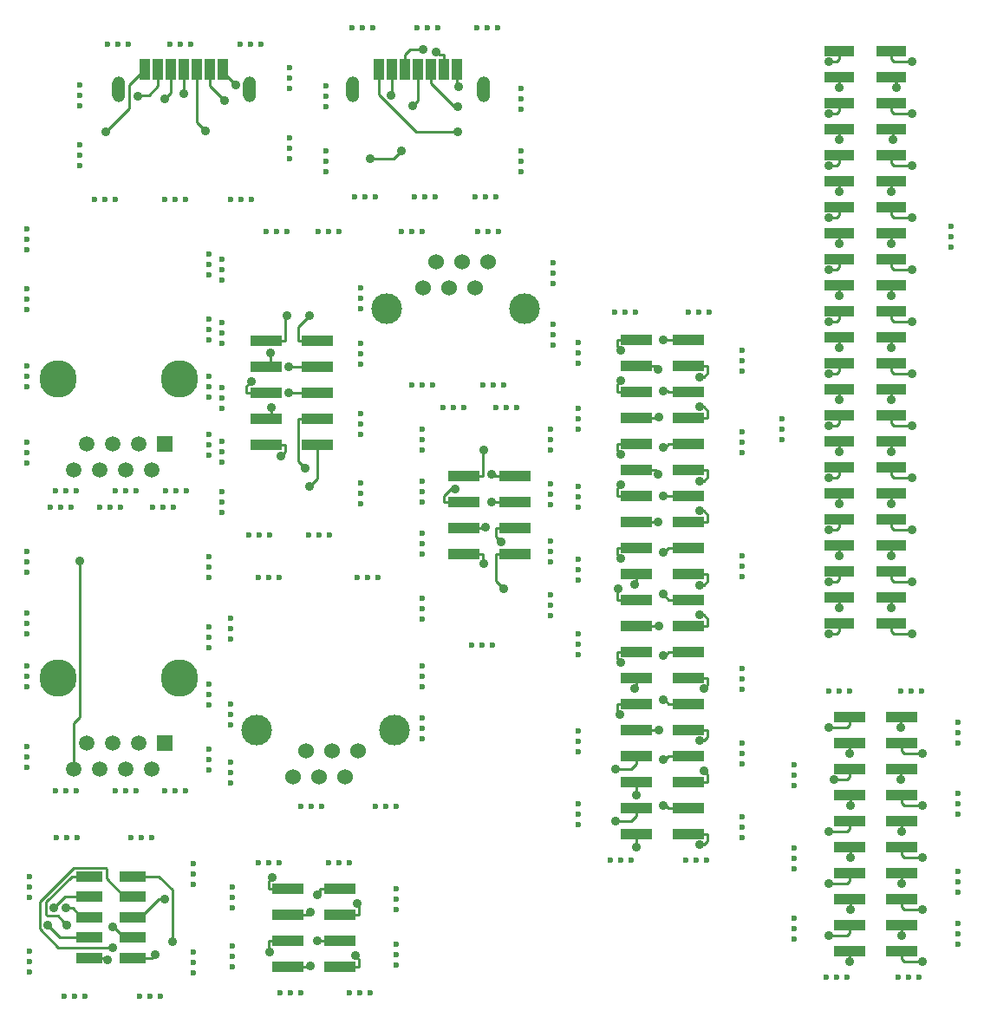
<source format=gtl>
G04 #@! TF.FileFunction,Copper,L1,Top,Signal*
%FSLAX46Y46*%
G04 Gerber Fmt 4.6, Leading zero omitted, Abs format (unit mm)*
G04 Created by KiCad (PCBNEW 4.0.7-e2-6376~58~ubuntu16.04.1) date Wed Jan  3 00:52:27 2018*
%MOMM*%
%LPD*%
G01*
G04 APERTURE LIST*
%ADD10C,0.100000*%
%ADD11C,3.649980*%
%ADD12R,1.501140X1.501140*%
%ADD13C,1.501140*%
%ADD14C,1.524000*%
%ADD15C,2.999740*%
%ADD16R,0.998220X2.098040*%
%ADD17O,1.270000X2.540000*%
%ADD18C,0.600000*%
%ADD19R,3.150000X1.000000*%
%ADD20R,2.580000X1.000000*%
%ADD21R,3.000000X1.000000*%
%ADD22C,0.870000*%
%ADD23C,0.250000*%
G04 APERTURE END LIST*
D10*
D11*
X135031480Y-92710000D03*
X146900900Y-92710000D03*
D12*
X145415000Y-99060000D03*
D13*
X144145000Y-101600000D03*
X142875000Y-99060000D03*
X141605000Y-101600000D03*
X140335000Y-99060000D03*
X139065000Y-101600000D03*
X137795000Y-99060000D03*
X136525000Y-101600000D03*
D11*
X135031480Y-63500000D03*
X146900900Y-63500000D03*
D12*
X145415000Y-69850000D03*
D13*
X144145000Y-72390000D03*
X142875000Y-69850000D03*
X141605000Y-72390000D03*
X140335000Y-69850000D03*
X139065000Y-72390000D03*
X137795000Y-69850000D03*
X136525000Y-72390000D03*
D14*
X174498000Y-52070000D03*
X171958000Y-52070000D03*
X177038000Y-52070000D03*
X170688000Y-54610000D03*
X173228000Y-54610000D03*
X175768000Y-54610000D03*
D15*
X180594000Y-56642000D03*
X167132000Y-56642000D03*
D14*
X160528000Y-102362000D03*
X163068000Y-102362000D03*
X157988000Y-102362000D03*
X164338000Y-99822000D03*
X161798000Y-99822000D03*
X159258000Y-99822000D03*
D15*
X154432000Y-97790000D03*
X167894000Y-97790000D03*
D16*
X143510000Y-33251140D03*
X144780000Y-33251140D03*
X146050000Y-33251140D03*
X147320000Y-33251140D03*
X148590000Y-33251140D03*
X149860000Y-33251140D03*
X151130000Y-33251140D03*
D17*
X140921740Y-35201860D03*
X153718260Y-35201860D03*
D16*
X166370000Y-33251140D03*
X167640000Y-33251140D03*
X168910000Y-33251140D03*
X170180000Y-33251140D03*
X171450000Y-33251140D03*
X172720000Y-33251140D03*
X173990000Y-33251140D03*
D17*
X163781740Y-35201860D03*
X176578260Y-35201860D03*
D18*
X198628000Y-57023000D03*
X197612000Y-57023000D03*
X196596000Y-57023000D03*
X183388000Y-54229000D03*
X183388000Y-53213000D03*
X183388000Y-52197000D03*
X183134000Y-81407000D03*
X183134000Y-80391000D03*
X183134000Y-79375000D03*
D19*
X162545000Y-120904000D03*
X157495000Y-120904000D03*
X162545000Y-118364000D03*
X157495000Y-118364000D03*
X162545000Y-115824000D03*
X157495000Y-115824000D03*
X162545000Y-113284000D03*
X157495000Y-113284000D03*
X155322000Y-59799000D03*
X160372000Y-59799000D03*
X155322000Y-62339000D03*
X160372000Y-62339000D03*
X155322000Y-64879000D03*
X160372000Y-64879000D03*
X155322000Y-67419000D03*
X160372000Y-67419000D03*
X155322000Y-69959000D03*
X160372000Y-69959000D03*
X217409000Y-119380000D03*
X212359000Y-119380000D03*
X217409000Y-116840000D03*
X212359000Y-116840000D03*
X217409000Y-114300000D03*
X212359000Y-114300000D03*
X217409000Y-111760000D03*
X212359000Y-111760000D03*
X217409000Y-109220000D03*
X212359000Y-109220000D03*
X217409000Y-106680000D03*
X212359000Y-106680000D03*
X217409000Y-104140000D03*
X212359000Y-104140000D03*
X217409000Y-101600000D03*
X212359000Y-101600000D03*
X217409000Y-99060000D03*
X212359000Y-99060000D03*
X217409000Y-96520000D03*
X212359000Y-96520000D03*
X179690000Y-80645000D03*
X174640000Y-80645000D03*
X179690000Y-78105000D03*
X174640000Y-78105000D03*
X179690000Y-75565000D03*
X174640000Y-75565000D03*
X179690000Y-73025000D03*
X174640000Y-73025000D03*
D20*
X138123000Y-112078000D03*
X142293000Y-112078000D03*
X138123000Y-114078000D03*
X142293000Y-114078000D03*
X138123000Y-116078000D03*
X142293000Y-116078000D03*
X138123000Y-118078000D03*
X142293000Y-118078000D03*
X138123000Y-120078000D03*
X142293000Y-120078000D03*
D19*
X191531000Y-59690000D03*
X196581000Y-59690000D03*
X191531000Y-62230000D03*
X196581000Y-62230000D03*
X191531000Y-64770000D03*
X196581000Y-64770000D03*
X191531000Y-67310000D03*
X196581000Y-67310000D03*
X191531000Y-69850000D03*
X196581000Y-69850000D03*
X191531000Y-72390000D03*
X196581000Y-72390000D03*
X191531000Y-74930000D03*
X196581000Y-74930000D03*
X191531000Y-77470000D03*
X196581000Y-77470000D03*
X191531000Y-80010000D03*
X196581000Y-80010000D03*
X191531000Y-82550000D03*
X196581000Y-82550000D03*
X191531000Y-85090000D03*
X196581000Y-85090000D03*
X191531000Y-87630000D03*
X196581000Y-87630000D03*
X191531000Y-90170000D03*
X196581000Y-90170000D03*
X191531000Y-92710000D03*
X196581000Y-92710000D03*
X191531000Y-95250000D03*
X196581000Y-95250000D03*
X191531000Y-97790000D03*
X196581000Y-97790000D03*
X191531000Y-100330000D03*
X196581000Y-100330000D03*
X191531000Y-102870000D03*
X196581000Y-102870000D03*
X191531000Y-105410000D03*
X196581000Y-105410000D03*
X191531000Y-107950000D03*
X196581000Y-107950000D03*
D21*
X216388000Y-31496000D03*
X211348000Y-31496000D03*
X216388000Y-34036000D03*
X211348000Y-34036000D03*
X216388000Y-36576000D03*
X211348000Y-36576000D03*
X216388000Y-39116000D03*
X211348000Y-39116000D03*
X216388000Y-41656000D03*
X211348000Y-41656000D03*
X216388000Y-44196000D03*
X211348000Y-44196000D03*
X216388000Y-46736000D03*
X211348000Y-46736000D03*
X216388000Y-49276000D03*
X211348000Y-49276000D03*
X216388000Y-51816000D03*
X211348000Y-51816000D03*
X216388000Y-54356000D03*
X211348000Y-54356000D03*
X216388000Y-56896000D03*
X211348000Y-56896000D03*
X216388000Y-59436000D03*
X211348000Y-59436000D03*
X216388000Y-61976000D03*
X211348000Y-61976000D03*
X216388000Y-64516000D03*
X211348000Y-64516000D03*
X216388000Y-67056000D03*
X211348000Y-67056000D03*
X216388000Y-69596000D03*
X211348000Y-69596000D03*
X216388000Y-72136000D03*
X211348000Y-72136000D03*
X216388000Y-74676000D03*
X211348000Y-74676000D03*
X216388000Y-77216000D03*
X211348000Y-77216000D03*
X216388000Y-79756000D03*
X211348000Y-79756000D03*
X216388000Y-82296000D03*
X211348000Y-82296000D03*
X216388000Y-84836000D03*
X211348000Y-84836000D03*
X216388000Y-87376000D03*
X211348000Y-87376000D03*
D18*
X222885000Y-99060000D03*
X222885000Y-98044000D03*
X222885000Y-97028000D03*
X222885000Y-106045000D03*
X222885000Y-105029000D03*
X222885000Y-104013000D03*
X222885000Y-113665000D03*
X222885000Y-112649000D03*
X222885000Y-111633000D03*
X222885000Y-118745000D03*
X222885000Y-117729000D03*
X222885000Y-116713000D03*
X219075000Y-121920000D03*
X218059000Y-121920000D03*
X217043000Y-121920000D03*
X212090000Y-121920000D03*
X211074000Y-121920000D03*
X210058000Y-121920000D03*
X206883000Y-118237000D03*
X206883000Y-117221000D03*
X206883000Y-116205000D03*
X206883000Y-111379000D03*
X206883000Y-110363000D03*
X206883000Y-109347000D03*
X206883000Y-103251000D03*
X206883000Y-102235000D03*
X206883000Y-101219000D03*
X212344000Y-93980000D03*
X211328000Y-93980000D03*
X210312000Y-93980000D03*
X219329000Y-93980000D03*
X218313000Y-93980000D03*
X217297000Y-93980000D03*
X201803000Y-108331000D03*
X201803000Y-107315000D03*
X201803000Y-106299000D03*
X201803000Y-101092000D03*
X201803000Y-100076000D03*
X201803000Y-99060000D03*
X201803000Y-93853000D03*
X201803000Y-92837000D03*
X201803000Y-91821000D03*
X201803000Y-82804000D03*
X201803000Y-81788000D03*
X201803000Y-80772000D03*
X201803000Y-70739000D03*
X201803000Y-69723000D03*
X201803000Y-68707000D03*
X191389000Y-57023000D03*
X190373000Y-57023000D03*
X189357000Y-57023000D03*
X185801000Y-61976000D03*
X185801000Y-60960000D03*
X185801000Y-59944000D03*
X185801000Y-68453000D03*
X185801000Y-67437000D03*
X185801000Y-66421000D03*
X185801000Y-76073000D03*
X185801000Y-75057000D03*
X185801000Y-74041000D03*
X185801000Y-83185000D03*
X185801000Y-82169000D03*
X185801000Y-81153000D03*
X185801000Y-90424000D03*
X185801000Y-89408000D03*
X185801000Y-88392000D03*
X185801000Y-99949000D03*
X185801000Y-98933000D03*
X185801000Y-97917000D03*
X185801000Y-107061000D03*
X185801000Y-106045000D03*
X185801000Y-105029000D03*
X191008000Y-110490000D03*
X189992000Y-110490000D03*
X188976000Y-110490000D03*
X198374000Y-110490000D03*
X197358000Y-110490000D03*
X196342000Y-110490000D03*
X168021000Y-115316000D03*
X168021000Y-114300000D03*
X168021000Y-113284000D03*
X168021000Y-120777000D03*
X168021000Y-119761000D03*
X168021000Y-118745000D03*
X165481000Y-123444000D03*
X164465000Y-123444000D03*
X163449000Y-123444000D03*
X158750000Y-123444000D03*
X157734000Y-123444000D03*
X156718000Y-123444000D03*
X152019000Y-120904000D03*
X152019000Y-119888000D03*
X152019000Y-118872000D03*
X152019000Y-115189000D03*
X152019000Y-114173000D03*
X152019000Y-113157000D03*
X156591000Y-110744000D03*
X155575000Y-110744000D03*
X154559000Y-110744000D03*
X163449000Y-110744000D03*
X162433000Y-110744000D03*
X161417000Y-110744000D03*
X183388000Y-60198000D03*
X183388000Y-59182000D03*
X183388000Y-58166000D03*
X178562000Y-64135000D03*
X177546000Y-64135000D03*
X176530000Y-64135000D03*
X171577000Y-64135000D03*
X170561000Y-64135000D03*
X169545000Y-64135000D03*
X164592000Y-56642000D03*
X164592000Y-55626000D03*
X164592000Y-54610000D03*
X164592000Y-60071000D03*
X164592000Y-61087000D03*
X164592000Y-62103000D03*
X170561000Y-49149000D03*
X169545000Y-49149000D03*
X168529000Y-49149000D03*
X157353000Y-49149000D03*
X156337000Y-49149000D03*
X155321000Y-49149000D03*
X162433000Y-49149000D03*
X161417000Y-49149000D03*
X160401000Y-49149000D03*
X151003000Y-53848000D03*
X151003000Y-52832000D03*
X151003000Y-51816000D03*
X151003000Y-60071000D03*
X151003000Y-59055000D03*
X151003000Y-58039000D03*
X151003000Y-66421000D03*
X151003000Y-65405000D03*
X151003000Y-64389000D03*
X151003000Y-71628000D03*
X151003000Y-70612000D03*
X151003000Y-69596000D03*
X151003000Y-76581000D03*
X151003000Y-75565000D03*
X151003000Y-74549000D03*
X155702000Y-78740000D03*
X154686000Y-78740000D03*
X153670000Y-78740000D03*
X161544000Y-78740000D03*
X160528000Y-78740000D03*
X159512000Y-78740000D03*
X164592000Y-68961000D03*
X164592000Y-67945000D03*
X164592000Y-66929000D03*
X164592000Y-75692000D03*
X164592000Y-74676000D03*
X164592000Y-73660000D03*
X178054000Y-49149000D03*
X177038000Y-49149000D03*
X176022000Y-49149000D03*
X177800000Y-45720000D03*
X176784000Y-45720000D03*
X175768000Y-45720000D03*
X171831000Y-45720000D03*
X170815000Y-45720000D03*
X169799000Y-45720000D03*
X165989000Y-45720000D03*
X164973000Y-45720000D03*
X163957000Y-45720000D03*
X180213000Y-43307000D03*
X180213000Y-42291000D03*
X180213000Y-41275000D03*
X180213000Y-37211000D03*
X180213000Y-36195000D03*
X180213000Y-35179000D03*
X161163000Y-43307000D03*
X161163000Y-42291000D03*
X161163000Y-41275000D03*
X161163000Y-36957000D03*
X161163000Y-35941000D03*
X161163000Y-34925000D03*
X165735000Y-29210000D03*
X164719000Y-29210000D03*
X163703000Y-29210000D03*
X172085000Y-29210000D03*
X171069000Y-29210000D03*
X170053000Y-29210000D03*
X177927000Y-29210000D03*
X176911000Y-29210000D03*
X175895000Y-29210000D03*
X137668000Y-123825000D03*
X136652000Y-123825000D03*
X135636000Y-123825000D03*
X145034000Y-123825000D03*
X144018000Y-123825000D03*
X143002000Y-123825000D03*
X148209000Y-119507000D03*
X148209000Y-120523000D03*
X148209000Y-121539000D03*
X132207000Y-121412000D03*
X132207000Y-120396000D03*
X132207000Y-119380000D03*
X132207000Y-114173000D03*
X132207000Y-113157000D03*
X132207000Y-112141000D03*
X136906000Y-108331000D03*
X135890000Y-108331000D03*
X134874000Y-108331000D03*
X144145000Y-108331000D03*
X143129000Y-108331000D03*
X142113000Y-108331000D03*
X148209000Y-112903000D03*
X148209000Y-111887000D03*
X148209000Y-110871000D03*
X131953000Y-93599000D03*
X131953000Y-92583000D03*
X131953000Y-91567000D03*
X131953000Y-88392000D03*
X131953000Y-87376000D03*
X131953000Y-86360000D03*
X131953000Y-101473000D03*
X131953000Y-100457000D03*
X131953000Y-99441000D03*
X136779000Y-103759000D03*
X135763000Y-103759000D03*
X134747000Y-103759000D03*
X142621000Y-103759000D03*
X141605000Y-103759000D03*
X140589000Y-103759000D03*
X147447000Y-103759000D03*
X146431000Y-103759000D03*
X145415000Y-103759000D03*
X149733000Y-101727000D03*
X149733000Y-100711000D03*
X149733000Y-99695000D03*
X149733000Y-95377000D03*
X149733000Y-94361000D03*
X149733000Y-93345000D03*
X149758400Y-89789000D03*
X149758400Y-88773000D03*
X149758400Y-87757000D03*
X149733000Y-80899000D03*
X149733000Y-81915000D03*
X149733000Y-82931000D03*
X141097000Y-76073000D03*
X140081000Y-76073000D03*
X139065000Y-76073000D03*
X131953000Y-80391000D03*
X131953000Y-81407000D03*
X131953000Y-82423000D03*
X136271000Y-76073000D03*
X135255000Y-76073000D03*
X134239000Y-76073000D03*
X146304000Y-76073000D03*
X145288000Y-76073000D03*
X144272000Y-76073000D03*
X131953000Y-64262000D03*
X131953000Y-63246000D03*
X131953000Y-62230000D03*
X131953000Y-71755000D03*
X131953000Y-70739000D03*
X131953000Y-69723000D03*
X136779000Y-74422000D03*
X135763000Y-74422000D03*
X134747000Y-74422000D03*
X142621000Y-74422000D03*
X141605000Y-74422000D03*
X140589000Y-74422000D03*
X147574000Y-74422000D03*
X146558000Y-74422000D03*
X145542000Y-74422000D03*
X149733000Y-65278000D03*
X149733000Y-64262000D03*
X149733000Y-63246000D03*
X149733000Y-70993000D03*
X149733000Y-69977000D03*
X149733000Y-68961000D03*
X149733000Y-59690000D03*
X149733000Y-58674000D03*
X149733000Y-57658000D03*
X149733000Y-53340000D03*
X149733000Y-52324000D03*
X149733000Y-51308000D03*
X147447000Y-45974000D03*
X146431000Y-45974000D03*
X145415000Y-45974000D03*
X140589000Y-45974000D03*
X139573000Y-45974000D03*
X138557000Y-45974000D03*
X131953000Y-56769000D03*
X131953000Y-55753000D03*
X131953000Y-54737000D03*
X131953000Y-50927000D03*
X131953000Y-49911000D03*
X131953000Y-48895000D03*
X137160000Y-42672000D03*
X137160000Y-41656000D03*
X137160000Y-40640000D03*
X137160000Y-36830000D03*
X137160000Y-35814000D03*
X137160000Y-34798000D03*
X141859000Y-30861000D03*
X140843000Y-30861000D03*
X139827000Y-30861000D03*
X147955000Y-30861000D03*
X146939000Y-30861000D03*
X145923000Y-30861000D03*
X154813000Y-30861000D03*
X153797000Y-30861000D03*
X152781000Y-30861000D03*
X157607000Y-35179000D03*
X157607000Y-34163000D03*
X157607000Y-33147000D03*
X157607000Y-42037000D03*
X157607000Y-41021000D03*
X157607000Y-40005000D03*
X153924000Y-45974000D03*
X152908000Y-45974000D03*
X151892000Y-45974000D03*
X170561000Y-98679000D03*
X170561000Y-97663000D03*
X170561000Y-96647000D03*
X170561000Y-93599000D03*
X170561000Y-92583000D03*
X170561000Y-91567000D03*
X166243000Y-82931000D03*
X165227000Y-82931000D03*
X164211000Y-82931000D03*
X168021000Y-105283000D03*
X167005000Y-105283000D03*
X165989000Y-105283000D03*
X160782000Y-105283000D03*
X159766000Y-105283000D03*
X158750000Y-105283000D03*
X151892000Y-97282000D03*
X151892000Y-96266000D03*
X151892000Y-95250000D03*
X151892000Y-102997000D03*
X151892000Y-101981000D03*
X151892000Y-100965000D03*
X151892000Y-88900000D03*
X151892000Y-87884000D03*
X151892000Y-86868000D03*
X156591000Y-82931000D03*
X155575000Y-82931000D03*
X154559000Y-82931000D03*
X170561000Y-86995000D03*
X170561000Y-85979000D03*
X170561000Y-84963000D03*
X177419000Y-89535000D03*
X176403000Y-89535000D03*
X175387000Y-89535000D03*
X222250000Y-50673000D03*
X222250000Y-49657000D03*
X222250000Y-48641000D03*
X205740000Y-69469000D03*
X205740000Y-68453000D03*
X205740000Y-67437000D03*
X170561000Y-80645000D03*
X170561000Y-79629000D03*
X170561000Y-78613000D03*
X170561000Y-75565000D03*
X170561000Y-74549000D03*
X170561000Y-73533000D03*
X170561000Y-70485000D03*
X170561000Y-69469000D03*
X170561000Y-68453000D03*
X174625000Y-66294000D03*
X173609000Y-66294000D03*
X172593000Y-66294000D03*
X179832000Y-66294000D03*
X178816000Y-66294000D03*
X177800000Y-66294000D03*
X183134000Y-86614000D03*
X183134000Y-85598000D03*
X183134000Y-84582000D03*
X183134000Y-75819000D03*
X183134000Y-74803000D03*
X183134000Y-73787000D03*
X183134000Y-70485000D03*
X183134000Y-69469000D03*
X183134000Y-68453000D03*
X201803000Y-62738000D03*
X201803000Y-61722000D03*
X201803000Y-60706000D03*
D22*
X157405300Y-57359600D03*
X159624700Y-57293000D03*
X155777500Y-60974800D03*
X157554700Y-62339000D03*
X153898900Y-63803300D03*
X157554700Y-64879000D03*
X155825000Y-66345400D03*
X159135000Y-72200300D03*
X156823900Y-71021500D03*
X159624700Y-73989900D03*
X164043500Y-119849800D03*
X160354800Y-118364000D03*
X164242600Y-114767300D03*
X160356800Y-113932800D03*
X159675100Y-120807300D03*
X155726500Y-119449700D03*
X159701800Y-115618100D03*
X155923900Y-112225100D03*
X218440000Y-32512000D03*
X210312000Y-32512000D03*
X216916000Y-35052000D03*
X211328000Y-35052000D03*
X218440000Y-37592000D03*
X210312000Y-37592000D03*
X216543000Y-40132000D03*
X211328000Y-40132000D03*
X218440000Y-42672000D03*
X210312000Y-42672000D03*
X216408000Y-45212000D03*
X211328000Y-45212000D03*
X218440000Y-47752000D03*
X210312000Y-47752000D03*
X216408000Y-50292000D03*
X211328000Y-50292000D03*
X218440000Y-52832000D03*
X210312000Y-52832000D03*
X216408000Y-55372000D03*
X211328000Y-55372000D03*
X218440000Y-57912000D03*
X210312000Y-57912000D03*
X216408000Y-60452000D03*
X211328000Y-60452000D03*
X218440000Y-62992000D03*
X210312000Y-62992000D03*
X216408000Y-65532000D03*
X211328000Y-65532000D03*
X218440000Y-68072000D03*
X210312000Y-68072000D03*
X216408000Y-70612000D03*
X211328000Y-70612000D03*
X218440000Y-73152000D03*
X210312000Y-73152000D03*
X216408000Y-75692000D03*
X211328000Y-75692000D03*
X218440000Y-78232000D03*
X210312000Y-78232000D03*
X216408000Y-80772000D03*
X211328000Y-80772000D03*
X218440000Y-83312000D03*
X210312000Y-83312000D03*
X216408000Y-85852000D03*
X211328000Y-85852000D03*
X218440000Y-88392000D03*
X210312000Y-88392000D03*
X135890000Y-116839994D03*
X134618010Y-115188992D03*
X135763000Y-115189000D03*
X133982990Y-116840000D03*
X139865965Y-120274499D03*
X146177000Y-118491000D03*
X140393310Y-119018791D03*
X145415000Y-114299976D03*
X140363333Y-117048312D03*
X144526000Y-119761000D03*
X178543400Y-83998300D03*
X176595900Y-81573200D03*
X178318300Y-79446100D03*
X176771500Y-78007400D03*
X177397700Y-75565000D03*
X173838600Y-74295000D03*
X177397700Y-72824300D03*
X176595900Y-70430000D03*
X219456000Y-120396000D03*
X217424000Y-117856000D03*
X219456000Y-115316000D03*
X217424000Y-112776000D03*
X219456000Y-110236000D03*
X217424000Y-107696000D03*
X219456000Y-105156000D03*
X217305000Y-102616000D03*
X219456000Y-100076000D03*
X217305000Y-97536000D03*
X189980000Y-60761500D03*
X194142300Y-59690000D03*
X193665600Y-62569900D03*
X197686700Y-63303600D03*
X189968400Y-63710100D03*
X194151000Y-64682700D03*
X193698100Y-67262900D03*
X197686700Y-66236400D03*
X189968400Y-70909900D03*
X194146300Y-70178600D03*
X193665600Y-72817000D03*
X197686700Y-73463600D03*
X189968400Y-73870100D03*
X194151600Y-74929700D03*
X193661400Y-77470000D03*
X197686700Y-76396400D03*
X189968400Y-81069900D03*
X194147500Y-80462100D03*
X191336200Y-83613400D03*
X197686700Y-83623600D03*
X189748700Y-84016700D03*
X194125600Y-84534900D03*
X193671600Y-87630000D03*
X197686700Y-86575200D03*
X189968400Y-91229900D03*
X194114000Y-90499100D03*
X191336200Y-93773400D03*
X198140400Y-93775300D03*
X189917300Y-96316900D03*
X194127300Y-94877100D03*
X193674400Y-97820000D03*
X197686700Y-98855600D03*
X189484000Y-101600000D03*
X194143400Y-100716800D03*
X191516000Y-104140000D03*
X198140400Y-101804700D03*
X189484000Y-106680000D03*
X194140500Y-105137400D03*
X191516000Y-109220000D03*
X197686700Y-109020300D03*
X212344000Y-120396000D03*
X210312000Y-117856000D03*
X212463000Y-115316000D03*
X210312000Y-112776000D03*
X212463000Y-110236000D03*
X210312000Y-107696000D03*
X212463000Y-105156000D03*
X210820000Y-102616000D03*
X212344000Y-100076000D03*
X210312000Y-97536000D03*
X139700000Y-39370000D03*
X142840100Y-35918900D03*
X145466000Y-36144100D03*
X147320000Y-35686998D03*
X149416500Y-39260100D03*
X151257000Y-36322008D03*
X152400000Y-34798000D03*
X174064700Y-39370000D03*
X170688000Y-31369000D03*
X174064700Y-36904600D03*
X174176200Y-35001400D03*
X167513000Y-35814000D03*
X165481000Y-42037000D03*
X168529000Y-41275000D03*
X169672000Y-36830000D03*
X171993100Y-31559200D03*
X137160000Y-81280000D03*
D23*
X155322000Y-59799000D02*
X157222300Y-59799000D01*
X157222300Y-57542600D02*
X157405300Y-57359600D01*
X157222300Y-59799000D02*
X157222300Y-57542600D01*
X158471700Y-58446000D02*
X159624700Y-57293000D01*
X158471700Y-59799000D02*
X158471700Y-58446000D01*
X160372000Y-59799000D02*
X158471700Y-59799000D01*
X155777500Y-61883500D02*
X155777500Y-60974800D01*
X155322000Y-62339000D02*
X155777500Y-61883500D01*
X160372000Y-62339000D02*
X157554700Y-62339000D01*
X155322000Y-64879000D02*
X153421700Y-64879000D01*
X153854000Y-63803300D02*
X153898900Y-63803300D01*
X153421700Y-64235600D02*
X153854000Y-63803300D01*
X153421700Y-64879000D02*
X153421700Y-64235600D01*
X160372000Y-64879000D02*
X157554700Y-64879000D01*
X155825000Y-66916000D02*
X155825000Y-66345400D01*
X155322000Y-67419000D02*
X155825000Y-66916000D01*
X160372000Y-67419000D02*
X158471700Y-67419000D01*
X158471700Y-71537000D02*
X159135000Y-72200300D01*
X158471700Y-67419000D02*
X158471700Y-71537000D01*
X155322000Y-69959000D02*
X157222300Y-69959000D01*
X157222300Y-70623100D02*
X156823900Y-71021500D01*
X157222300Y-69959000D02*
X157222300Y-70623100D01*
X160372000Y-73242600D02*
X159624700Y-73989900D01*
X160372000Y-69959000D02*
X160372000Y-73242600D01*
X162545000Y-120904000D02*
X164445300Y-120904000D01*
X164445300Y-120251600D02*
X164043500Y-119849800D01*
X164445300Y-120904000D02*
X164445300Y-120251600D01*
X162545000Y-118364000D02*
X160354800Y-118364000D01*
X162545000Y-115824000D02*
X164445300Y-115824000D01*
X164445300Y-114970000D02*
X164242600Y-114767300D01*
X164445300Y-115824000D02*
X164445300Y-114970000D01*
X160644700Y-113644900D02*
X160356800Y-113932800D01*
X160644700Y-113284000D02*
X160644700Y-113644900D01*
X162545000Y-113284000D02*
X160644700Y-113284000D01*
X157495000Y-120904000D02*
X159395300Y-120904000D01*
X159492000Y-120807300D02*
X159675100Y-120807300D01*
X159395300Y-120904000D02*
X159492000Y-120807300D01*
X157495000Y-118364000D02*
X155594700Y-118364000D01*
X155594700Y-119317900D02*
X155726500Y-119449700D01*
X155594700Y-118364000D02*
X155594700Y-119317900D01*
X159495900Y-115824000D02*
X159701800Y-115618100D01*
X157495000Y-115824000D02*
X159495900Y-115824000D01*
X157495000Y-113284000D02*
X155594700Y-113284000D01*
X155594700Y-112554300D02*
X155923900Y-112225100D01*
X155594700Y-113284000D02*
X155594700Y-112554300D01*
X216654000Y-32512000D02*
X218440000Y-32512000D01*
X216388000Y-32246000D02*
X216654000Y-32512000D01*
X216388000Y-31496000D02*
X216388000Y-32246000D01*
X211082000Y-32512000D02*
X210312000Y-32512000D01*
X211348000Y-32246000D02*
X211082000Y-32512000D01*
X211348000Y-31496000D02*
X211348000Y-32246000D01*
X216916000Y-34564000D02*
X216388000Y-34036000D01*
X216916000Y-35052000D02*
X216916000Y-34564000D01*
X211328000Y-34056000D02*
X211348000Y-34036000D01*
X211328000Y-35052000D02*
X211328000Y-34056000D01*
X216654000Y-37592000D02*
X218440000Y-37592000D01*
X216388000Y-37326000D02*
X216654000Y-37592000D01*
X216388000Y-36576000D02*
X216388000Y-37326000D01*
X211082000Y-37592000D02*
X210312000Y-37592000D01*
X211348000Y-37326000D02*
X211082000Y-37592000D01*
X211348000Y-36576000D02*
X211348000Y-37326000D01*
X216543000Y-39271000D02*
X216388000Y-39116000D01*
X216543000Y-40132000D02*
X216543000Y-39271000D01*
X211328000Y-39136000D02*
X211348000Y-39116000D01*
X211328000Y-40132000D02*
X211328000Y-39136000D01*
X216654000Y-42672000D02*
X218440000Y-42672000D01*
X216388000Y-42406000D02*
X216654000Y-42672000D01*
X216388000Y-41656000D02*
X216388000Y-42406000D01*
X211082000Y-42672000D02*
X210312000Y-42672000D01*
X211348000Y-42406000D02*
X211082000Y-42672000D01*
X211348000Y-41656000D02*
X211348000Y-42406000D01*
X216408000Y-44216000D02*
X216388000Y-44196000D01*
X216408000Y-45212000D02*
X216408000Y-44216000D01*
X211328000Y-44216000D02*
X211348000Y-44196000D01*
X211328000Y-45212000D02*
X211328000Y-44216000D01*
X216654000Y-47752000D02*
X218440000Y-47752000D01*
X216388000Y-47486000D02*
X216654000Y-47752000D01*
X216388000Y-46736000D02*
X216388000Y-47486000D01*
X211082000Y-47752000D02*
X210312000Y-47752000D01*
X211348000Y-47486000D02*
X211082000Y-47752000D01*
X211348000Y-46736000D02*
X211348000Y-47486000D01*
X216408000Y-49296000D02*
X216388000Y-49276000D01*
X216408000Y-50292000D02*
X216408000Y-49296000D01*
X211328000Y-49296000D02*
X211348000Y-49276000D01*
X211328000Y-50292000D02*
X211328000Y-49296000D01*
X216654000Y-52832000D02*
X218440000Y-52832000D01*
X216388000Y-52566000D02*
X216654000Y-52832000D01*
X216388000Y-51816000D02*
X216388000Y-52566000D01*
X211082000Y-52832000D02*
X210312000Y-52832000D01*
X211348000Y-52566000D02*
X211082000Y-52832000D01*
X211348000Y-51816000D02*
X211348000Y-52566000D01*
X216408000Y-54376000D02*
X216388000Y-54356000D01*
X216408000Y-55372000D02*
X216408000Y-54376000D01*
X211328000Y-54376000D02*
X211348000Y-54356000D01*
X211328000Y-55372000D02*
X211328000Y-54376000D01*
X216654000Y-57912000D02*
X218440000Y-57912000D01*
X216388000Y-57646000D02*
X216654000Y-57912000D01*
X216388000Y-56896000D02*
X216388000Y-57646000D01*
X211082000Y-57912000D02*
X210312000Y-57912000D01*
X211348000Y-57646000D02*
X211082000Y-57912000D01*
X211348000Y-56896000D02*
X211348000Y-57646000D01*
X216408000Y-59456000D02*
X216388000Y-59436000D01*
X216408000Y-60452000D02*
X216408000Y-59456000D01*
X211328000Y-59456000D02*
X211348000Y-59436000D01*
X211328000Y-60452000D02*
X211328000Y-59456000D01*
X216654000Y-62992000D02*
X218440000Y-62992000D01*
X216388000Y-62726000D02*
X216654000Y-62992000D01*
X216388000Y-61976000D02*
X216388000Y-62726000D01*
X211082000Y-62992000D02*
X210312000Y-62992000D01*
X211348000Y-62726000D02*
X211082000Y-62992000D01*
X211348000Y-61976000D02*
X211348000Y-62726000D01*
X216408000Y-64536000D02*
X216388000Y-64516000D01*
X216408000Y-65532000D02*
X216408000Y-64536000D01*
X211328000Y-64536000D02*
X211348000Y-64516000D01*
X211328000Y-65532000D02*
X211328000Y-64536000D01*
X216654000Y-68072000D02*
X218440000Y-68072000D01*
X216388000Y-67806000D02*
X216654000Y-68072000D01*
X216388000Y-67056000D02*
X216388000Y-67806000D01*
X211082000Y-68072000D02*
X210312000Y-68072000D01*
X211348000Y-67806000D02*
X211082000Y-68072000D01*
X211348000Y-67056000D02*
X211348000Y-67806000D01*
X216408000Y-69616000D02*
X216388000Y-69596000D01*
X216408000Y-70612000D02*
X216408000Y-69616000D01*
X211328000Y-69616000D02*
X211348000Y-69596000D01*
X211328000Y-70612000D02*
X211328000Y-69616000D01*
X216654000Y-73152000D02*
X218440000Y-73152000D01*
X216388000Y-72886000D02*
X216654000Y-73152000D01*
X216388000Y-72136000D02*
X216388000Y-72886000D01*
X211082000Y-73152000D02*
X210312000Y-73152000D01*
X211348000Y-72886000D02*
X211082000Y-73152000D01*
X211348000Y-72136000D02*
X211348000Y-72886000D01*
X216408000Y-74696000D02*
X216388000Y-74676000D01*
X216408000Y-75692000D02*
X216408000Y-74696000D01*
X211328000Y-74696000D02*
X211348000Y-74676000D01*
X211328000Y-75692000D02*
X211328000Y-74696000D01*
X216654000Y-78232000D02*
X218440000Y-78232000D01*
X216388000Y-77966000D02*
X216654000Y-78232000D01*
X216388000Y-77216000D02*
X216388000Y-77966000D01*
X211082000Y-78232000D02*
X210312000Y-78232000D01*
X211348000Y-77966000D02*
X211082000Y-78232000D01*
X211348000Y-77216000D02*
X211348000Y-77966000D01*
X216388000Y-80752000D02*
X216408000Y-80772000D01*
X216388000Y-79756000D02*
X216388000Y-80752000D01*
X211328000Y-79776000D02*
X211348000Y-79756000D01*
X211328000Y-80772000D02*
X211328000Y-79776000D01*
X216654000Y-83312000D02*
X218440000Y-83312000D01*
X216388000Y-83046000D02*
X216654000Y-83312000D01*
X216388000Y-82296000D02*
X216388000Y-83046000D01*
X211082000Y-83312000D02*
X210312000Y-83312000D01*
X211348000Y-83046000D02*
X211082000Y-83312000D01*
X211348000Y-82296000D02*
X211348000Y-83046000D01*
X216408000Y-84856000D02*
X216388000Y-84836000D01*
X216408000Y-85852000D02*
X216408000Y-84856000D01*
X211328000Y-84856000D02*
X211348000Y-84836000D01*
X211328000Y-85852000D02*
X211328000Y-84856000D01*
X216654000Y-88392000D02*
X218440000Y-88392000D01*
X216388000Y-88126000D02*
X216654000Y-88392000D01*
X216388000Y-87376000D02*
X216388000Y-88126000D01*
X211082000Y-88392000D02*
X210312000Y-88392000D01*
X211348000Y-88126000D02*
X211082000Y-88392000D01*
X211348000Y-87376000D02*
X211348000Y-88126000D01*
X134001198Y-115949002D02*
X134999008Y-115949002D01*
X135455001Y-116404995D02*
X135890000Y-116839994D01*
X133858000Y-114572196D02*
X133858000Y-115805804D01*
X138123000Y-112078000D02*
X136352196Y-112078000D01*
X136352196Y-112078000D02*
X133858000Y-114572196D01*
X133858000Y-115805804D02*
X134001198Y-115949002D01*
X134999008Y-115949002D02*
X135455001Y-116404995D01*
X135053009Y-114753993D02*
X134618010Y-115188992D01*
X135729002Y-114078000D02*
X135053009Y-114753993D01*
X138123000Y-114078000D02*
X135729002Y-114078000D01*
X136293330Y-115189000D02*
X135763000Y-115189000D01*
X136444000Y-115189000D02*
X136293330Y-115189000D01*
X137333000Y-116078000D02*
X136444000Y-115189000D01*
X138123000Y-116078000D02*
X137333000Y-116078000D01*
X135220990Y-118078000D02*
X134417989Y-117274999D01*
X138123000Y-118078000D02*
X135220990Y-118078000D01*
X134417989Y-117274999D02*
X133982990Y-116840000D01*
X139669466Y-120078000D02*
X139865965Y-120274499D01*
X138123000Y-120078000D02*
X139669466Y-120078000D01*
X146177000Y-113390993D02*
X146177000Y-117875818D01*
X144864007Y-112078000D02*
X146177000Y-113390993D01*
X142293000Y-112078000D02*
X144864007Y-112078000D01*
X146177000Y-117875818D02*
X146177000Y-118491000D01*
X139738001Y-112313001D02*
X139738001Y-111317999D01*
X133222989Y-114570797D02*
X133222989Y-117204801D01*
X139778128Y-119018791D02*
X140393310Y-119018791D01*
X136540787Y-111252999D02*
X133222989Y-114570797D01*
X139673001Y-111252999D02*
X136540787Y-111252999D01*
X141503000Y-114078000D02*
X139738001Y-112313001D01*
X135036979Y-119018791D02*
X139778128Y-119018791D01*
X142293000Y-114078000D02*
X141503000Y-114078000D01*
X133222989Y-117204801D02*
X135036979Y-119018791D01*
X139738001Y-111317999D02*
X139673001Y-111252999D01*
X142293000Y-116078000D02*
X143083000Y-116078000D01*
X143083000Y-116078000D02*
X144861024Y-114299976D01*
X144861024Y-114299976D02*
X145415000Y-114299976D01*
X142293000Y-118078000D02*
X141503000Y-118078000D01*
X140473312Y-117048312D02*
X140363333Y-117048312D01*
X141503000Y-118078000D02*
X140473312Y-117048312D01*
X142293000Y-120078000D02*
X144209000Y-120078000D01*
X144209000Y-120078000D02*
X144526000Y-119761000D01*
X177789700Y-83244600D02*
X177789700Y-80645000D01*
X178543400Y-83998300D02*
X177789700Y-83244600D01*
X179690000Y-80645000D02*
X177789700Y-80645000D01*
X174640000Y-80645000D02*
X176540300Y-80645000D01*
X176540300Y-81517600D02*
X176595900Y-81573200D01*
X176540300Y-80645000D02*
X176540300Y-81517600D01*
X177789700Y-78917500D02*
X177789700Y-78105000D01*
X178318300Y-79446100D02*
X177789700Y-78917500D01*
X179690000Y-78105000D02*
X177789700Y-78105000D01*
X174640000Y-78105000D02*
X176540300Y-78105000D01*
X176637900Y-78007400D02*
X176540300Y-78105000D01*
X176771500Y-78007400D02*
X176637900Y-78007400D01*
X179690000Y-75565000D02*
X177397700Y-75565000D01*
X174640000Y-75565000D02*
X172739700Y-75565000D01*
X173370300Y-74295000D02*
X173838600Y-74295000D01*
X172739700Y-74925600D02*
X173370300Y-74295000D01*
X172739700Y-75565000D02*
X172739700Y-74925600D01*
X179690000Y-73025000D02*
X177789700Y-73025000D01*
X177589000Y-72824300D02*
X177397700Y-72824300D01*
X177789700Y-73025000D02*
X177589000Y-72824300D01*
X176540300Y-70485600D02*
X176540300Y-73025000D01*
X176595900Y-70430000D02*
X176540300Y-70485600D01*
X174640000Y-73025000D02*
X176540300Y-73025000D01*
X217675000Y-120396000D02*
X219456000Y-120396000D01*
X217409000Y-120130000D02*
X217675000Y-120396000D01*
X217409000Y-119380000D02*
X217409000Y-120130000D01*
X217424000Y-116855000D02*
X217409000Y-116840000D01*
X217424000Y-117856000D02*
X217424000Y-116855000D01*
X217675000Y-115316000D02*
X219456000Y-115316000D01*
X217409000Y-115050000D02*
X217675000Y-115316000D01*
X217409000Y-114300000D02*
X217409000Y-115050000D01*
X217424000Y-111775000D02*
X217409000Y-111760000D01*
X217424000Y-112776000D02*
X217424000Y-111775000D01*
X217675000Y-110236000D02*
X219456000Y-110236000D01*
X217409000Y-109970000D02*
X217675000Y-110236000D01*
X217409000Y-109220000D02*
X217409000Y-109970000D01*
X217424000Y-106695000D02*
X217409000Y-106680000D01*
X217424000Y-107696000D02*
X217424000Y-106695000D01*
X217675000Y-105156000D02*
X219456000Y-105156000D01*
X217409000Y-104890000D02*
X217675000Y-105156000D01*
X217409000Y-104140000D02*
X217409000Y-104890000D01*
X217305000Y-101704000D02*
X217409000Y-101600000D01*
X217305000Y-102616000D02*
X217305000Y-101704000D01*
X217675000Y-100076000D02*
X219456000Y-100076000D01*
X217409000Y-99810000D02*
X217675000Y-100076000D01*
X217409000Y-99060000D02*
X217409000Y-99810000D01*
X217305000Y-96624000D02*
X217409000Y-96520000D01*
X217305000Y-97536000D02*
X217305000Y-96624000D01*
X191531000Y-59690000D02*
X189630700Y-59690000D01*
X189630700Y-60412200D02*
X189630700Y-59690000D01*
X189980000Y-60761500D02*
X189630700Y-60412200D01*
X196581000Y-59690000D02*
X194142300Y-59690000D01*
X191531000Y-62230000D02*
X193431300Y-62230000D01*
X193431300Y-62335600D02*
X193431300Y-62230000D01*
X193665600Y-62569900D02*
X193431300Y-62335600D01*
X196581000Y-62230000D02*
X198481300Y-62230000D01*
X198112000Y-63303600D02*
X197686700Y-63303600D01*
X198481300Y-62934300D02*
X198112000Y-63303600D01*
X198481300Y-62230000D02*
X198481300Y-62934300D01*
X191531000Y-64770000D02*
X189630700Y-64770000D01*
X189630700Y-64047800D02*
X189968400Y-63710100D01*
X189630700Y-64770000D02*
X189630700Y-64047800D01*
X196581000Y-64770000D02*
X194680700Y-64770000D01*
X194593400Y-64682700D02*
X194680700Y-64770000D01*
X194151000Y-64682700D02*
X194593400Y-64682700D01*
X191531000Y-67310000D02*
X193431300Y-67310000D01*
X193478400Y-67262900D02*
X193698100Y-67262900D01*
X193431300Y-67310000D02*
X193478400Y-67262900D01*
X196581000Y-67310000D02*
X198481300Y-67310000D01*
X198112000Y-66236400D02*
X197686700Y-66236400D01*
X198481300Y-66605700D02*
X198112000Y-66236400D01*
X198481300Y-67310000D02*
X198481300Y-66605700D01*
X191531000Y-69850000D02*
X189630700Y-69850000D01*
X189630700Y-70572200D02*
X189968400Y-70909900D01*
X189630700Y-69850000D02*
X189630700Y-70572200D01*
X196581000Y-69850000D02*
X194680700Y-69850000D01*
X194352100Y-70178600D02*
X194146300Y-70178600D01*
X194680700Y-69850000D02*
X194352100Y-70178600D01*
X191531000Y-72390000D02*
X193431300Y-72390000D01*
X193431300Y-72582700D02*
X193431300Y-72390000D01*
X193665600Y-72817000D02*
X193431300Y-72582700D01*
X196581000Y-72390000D02*
X198481300Y-72390000D01*
X198112000Y-73463600D02*
X197686700Y-73463600D01*
X198481300Y-73094300D02*
X198112000Y-73463600D01*
X198481300Y-72390000D02*
X198481300Y-73094300D01*
X191531000Y-74930000D02*
X189630700Y-74930000D01*
X189630700Y-74207800D02*
X189968400Y-73870100D01*
X189630700Y-74930000D02*
X189630700Y-74207800D01*
X196581000Y-74930000D02*
X194680700Y-74930000D01*
X194680400Y-74929700D02*
X194680700Y-74930000D01*
X194151600Y-74929700D02*
X194680400Y-74929700D01*
X191531000Y-77470000D02*
X193661400Y-77470000D01*
X196581000Y-77470000D02*
X198481300Y-77470000D01*
X198112000Y-76396400D02*
X197686700Y-76396400D01*
X198481300Y-76765700D02*
X198112000Y-76396400D01*
X198481300Y-77470000D02*
X198481300Y-76765700D01*
X191531000Y-80010000D02*
X189630700Y-80010000D01*
X189630700Y-80732200D02*
X189968400Y-81069900D01*
X189630700Y-80010000D02*
X189630700Y-80732200D01*
X196581000Y-80010000D02*
X194680700Y-80010000D01*
X194228600Y-80462100D02*
X194680700Y-80010000D01*
X194147500Y-80462100D02*
X194228600Y-80462100D01*
X191531000Y-83418600D02*
X191336200Y-83613400D01*
X191531000Y-82550000D02*
X191531000Y-83418600D01*
X196581000Y-82550000D02*
X198481300Y-82550000D01*
X198112000Y-83623600D02*
X197686700Y-83623600D01*
X198481300Y-83254300D02*
X198112000Y-83623600D01*
X198481300Y-82550000D02*
X198481300Y-83254300D01*
X191531000Y-85090000D02*
X189630700Y-85090000D01*
X189630700Y-84134700D02*
X189630700Y-85090000D01*
X189748700Y-84016700D02*
X189630700Y-84134700D01*
X196581000Y-85090000D02*
X194680700Y-85090000D01*
X194125600Y-84534900D02*
X194680700Y-85090000D01*
X191531000Y-87630000D02*
X193671600Y-87630000D01*
X196581000Y-87630000D02*
X198481300Y-87630000D01*
X198095300Y-86575200D02*
X197686700Y-86575200D01*
X198481300Y-86961200D02*
X198095300Y-86575200D01*
X198481300Y-87630000D02*
X198481300Y-86961200D01*
X191531000Y-90170000D02*
X189630700Y-90170000D01*
X189630700Y-90892200D02*
X189968400Y-91229900D01*
X189630700Y-90170000D02*
X189630700Y-90892200D01*
X196581000Y-90170000D02*
X194680700Y-90170000D01*
X194351600Y-90499100D02*
X194114000Y-90499100D01*
X194680700Y-90170000D02*
X194351600Y-90499100D01*
X191531000Y-93578600D02*
X191336200Y-93773400D01*
X191531000Y-92710000D02*
X191531000Y-93578600D01*
X196581000Y-92710000D02*
X198481300Y-92710000D01*
X198481300Y-93434400D02*
X198140400Y-93775300D01*
X198481300Y-92710000D02*
X198481300Y-93434400D01*
X191531000Y-95250000D02*
X189630700Y-95250000D01*
X189630700Y-96030300D02*
X189917300Y-96316900D01*
X189630700Y-95250000D02*
X189630700Y-96030300D01*
X196581000Y-95250000D02*
X194680700Y-95250000D01*
X194307800Y-94877100D02*
X194127300Y-94877100D01*
X194680700Y-95250000D02*
X194307800Y-94877100D01*
X191531000Y-97790000D02*
X193431300Y-97790000D01*
X193461300Y-97820000D02*
X193431300Y-97790000D01*
X193674400Y-97820000D02*
X193461300Y-97820000D01*
X196581000Y-97790000D02*
X198481300Y-97790000D01*
X198112000Y-98855600D02*
X197686700Y-98855600D01*
X198481300Y-98486300D02*
X198112000Y-98855600D01*
X198481300Y-97790000D02*
X198481300Y-98486300D01*
X191008000Y-101600000D02*
X189484000Y-101600000D01*
X191516000Y-101092000D02*
X191008000Y-101600000D01*
X191519000Y-101092000D02*
X191516000Y-101092000D01*
X191531000Y-101080000D02*
X191519000Y-101092000D01*
X191531000Y-100330000D02*
X191531000Y-101080000D01*
X196581000Y-100330000D02*
X194680700Y-100330000D01*
X194293900Y-100716800D02*
X194143400Y-100716800D01*
X194680700Y-100330000D02*
X194293900Y-100716800D01*
X191519000Y-104137000D02*
X191516000Y-104140000D01*
X191519000Y-103632000D02*
X191519000Y-104137000D01*
X191531000Y-103620000D02*
X191519000Y-103632000D01*
X191531000Y-102870000D02*
X191531000Y-103620000D01*
X196581000Y-102870000D02*
X198481300Y-102870000D01*
X198481300Y-102145600D02*
X198140400Y-101804700D01*
X198481300Y-102870000D02*
X198481300Y-102145600D01*
X191011000Y-106680000D02*
X189484000Y-106680000D01*
X191531000Y-106160000D02*
X191011000Y-106680000D01*
X191531000Y-105410000D02*
X191531000Y-106160000D01*
X196581000Y-105410000D02*
X194680700Y-105410000D01*
X194408100Y-105137400D02*
X194140500Y-105137400D01*
X194680700Y-105410000D02*
X194408100Y-105137400D01*
X191516000Y-107965000D02*
X191531000Y-107950000D01*
X191516000Y-109220000D02*
X191516000Y-107965000D01*
X196581000Y-107950000D02*
X198481300Y-107950000D01*
X198112000Y-109020300D02*
X197686700Y-109020300D01*
X198481300Y-108651000D02*
X198112000Y-109020300D01*
X198481300Y-107950000D02*
X198481300Y-108651000D01*
X212344000Y-119395000D02*
X212359000Y-119380000D01*
X212344000Y-120396000D02*
X212344000Y-119395000D01*
X212093000Y-117856000D02*
X210312000Y-117856000D01*
X212359000Y-117590000D02*
X212093000Y-117856000D01*
X212359000Y-116840000D02*
X212359000Y-117590000D01*
X212463000Y-114404000D02*
X212359000Y-114300000D01*
X212463000Y-115316000D02*
X212463000Y-114404000D01*
X212093000Y-112776000D02*
X210312000Y-112776000D01*
X212359000Y-112510000D02*
X212093000Y-112776000D01*
X212359000Y-111760000D02*
X212359000Y-112510000D01*
X212463000Y-109324000D02*
X212359000Y-109220000D01*
X212463000Y-110236000D02*
X212463000Y-109324000D01*
X212093000Y-107696000D02*
X210312000Y-107696000D01*
X212359000Y-107430000D02*
X212093000Y-107696000D01*
X212359000Y-106680000D02*
X212359000Y-107430000D01*
X212463000Y-104244000D02*
X212359000Y-104140000D01*
X212463000Y-105156000D02*
X212463000Y-104244000D01*
X212093000Y-102616000D02*
X210820000Y-102616000D01*
X212359000Y-102350000D02*
X212093000Y-102616000D01*
X212359000Y-101600000D02*
X212359000Y-102350000D01*
X212344000Y-99075000D02*
X212359000Y-99060000D01*
X212344000Y-100076000D02*
X212344000Y-99075000D01*
X212093000Y-97536000D02*
X210312000Y-97536000D01*
X212359000Y-97270000D02*
X212093000Y-97536000D01*
X212359000Y-96520000D02*
X212359000Y-97270000D01*
X143510000Y-33251100D02*
X141986000Y-34775100D01*
X141986000Y-34775100D02*
X141986000Y-37084000D01*
X141986000Y-37084000D02*
X139700000Y-39370000D01*
X142840100Y-35918900D02*
X142945000Y-35814000D01*
X142945000Y-35814000D02*
X143891000Y-35814000D01*
X144780000Y-34925000D02*
X144780000Y-33251100D01*
X143891000Y-35814000D02*
X144780000Y-34925000D01*
X146050000Y-35560100D02*
X146050000Y-33251100D01*
X145466000Y-36144100D02*
X146050000Y-35560100D01*
X147320000Y-33251100D02*
X147320000Y-35686998D01*
X148590100Y-34625400D02*
X148590000Y-34625400D01*
X148590100Y-38433700D02*
X148590100Y-34625400D01*
X149416500Y-39260100D02*
X148590100Y-38433700D01*
X148590000Y-33251100D02*
X148590000Y-34625400D01*
X150882001Y-35947009D02*
X151257000Y-36322008D01*
X149860000Y-33251100D02*
X149860000Y-34925008D01*
X149860000Y-34925008D02*
X150882001Y-35947009D01*
X151965001Y-34363001D02*
X152400000Y-34798000D01*
X151130000Y-33251100D02*
X151130000Y-33528000D01*
X151130000Y-33528000D02*
X151965001Y-34363001D01*
X166370000Y-33251100D02*
X166370000Y-35755400D01*
X169984600Y-39370000D02*
X174064700Y-39370000D01*
X166370000Y-35755400D02*
X169984600Y-39370000D01*
X168910000Y-33251100D02*
X168910000Y-31876800D01*
X168910000Y-31877000D02*
X168910000Y-31876800D01*
X169418000Y-31369000D02*
X168910000Y-31877000D01*
X170688000Y-31369000D02*
X169418000Y-31369000D01*
X171450000Y-33251100D02*
X171450000Y-34625400D01*
X174064700Y-36904500D02*
X174064700Y-36904600D01*
X173729100Y-36904500D02*
X174064700Y-36904500D01*
X171450000Y-34625400D02*
X173729100Y-36904500D01*
X173990000Y-34815200D02*
X174176200Y-35001400D01*
X173990000Y-33251100D02*
X173990000Y-34815200D01*
X167617200Y-35709800D02*
X167617200Y-34648200D01*
X167513000Y-35814000D02*
X167617200Y-35709800D01*
X167617200Y-34648200D02*
X167640000Y-34625400D01*
X167640000Y-33251100D02*
X167640000Y-34625400D01*
X170180000Y-34625400D02*
X170180000Y-36322000D01*
X170180000Y-33251100D02*
X170180000Y-34625400D01*
X167767000Y-42037000D02*
X165481000Y-42037000D01*
X168529000Y-41275000D02*
X167767000Y-42037000D01*
X170180000Y-36322000D02*
X169672000Y-36830000D01*
X172720000Y-33251100D02*
X172720000Y-31876800D01*
X172720000Y-31876800D02*
X172310700Y-31876800D01*
X172310700Y-31876800D02*
X171993100Y-31559200D01*
X136525000Y-101600000D02*
X136525000Y-97155000D01*
X136525000Y-97155000D02*
X137181471Y-96498529D01*
X137181471Y-96498529D02*
X137181471Y-81301471D01*
X137181471Y-81301471D02*
X137160000Y-81280000D01*
M02*

</source>
